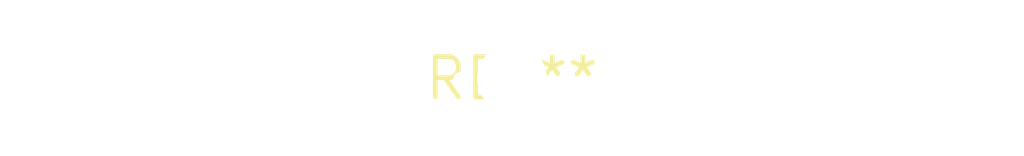
<source format=kicad_pcb>
(kicad_pcb (version 20240108) (generator pcbnew)
  (layers (0 "F.Cu" signal) (31 "B.Cu" signal) (34 "B.Paste" user) (35 "F.Paste" user) (36 "B.SilkS" user "B.Silkscreen") (37 "F.SilkS" user "F.Silkscreen") (38 "B.Mask" user) (39 "F.Mask" user) (44 "Edge.Cuts" user))
  (net 0 "")
  (footprint "MountingHole_2.2mm_M2_Pad_Via" (layer "F.Cu") (at 0 0)
    (property "Reference" "REF**")
    (property "Value" "MountingHole_2.2mm_M2_Pad_Via")
    (pad "1" thru_hole circle (at -1.65 0) (size 0.7 0.7) (drill 0.4) (layers *.Cu *.Mask) (remove_unused_layers))
    (pad "1" thru_hole circle (at -1.166726 -1.166726) (size 0.7 0.7) (drill 0.4) (layers *.Cu *.Mask) (remove_unused_layers))
    (pad "1" thru_hole circle (at -1.166726 1.166726) (size 0.7 0.7) (drill 0.4) (layers *.Cu *.Mask) (remove_unused_layers))
    (pad "1" thru_hole circle (at 0 -1.65) (size 0.7 0.7) (drill 0.4) (layers *.Cu *.Mask) (remove_unused_layers))
    (pad "1" thru_hole circle (at 0 0) (size 4.4 4.4) (drill 2.2) (layers *.Cu *.Mask) (remove_unused_layers))
    (pad "1" thru_hole circle (at 0 1.65) (size 0.7 0.7) (drill 0.4) (layers *.Cu *.Mask) (remove_unused_layers))
    (pad "1" thru_hole circle (at 1.166726 -1.166726) (size 0.7 0.7) (drill 0.4) (layers *.Cu *.Mask) (remove_unused_layers))
    (pad "1" thru_hole circle (at 1.166726 1.166726) (size 0.7 0.7) (drill 0.4) (layers *.Cu *.Mask) (remove_unused_layers))
    (pad "1" thru_hole circle (at 1.65 0) (size 0.7 0.7) (drill 0.4) (layers *.Cu *.Mask) (remove_unused_layers))
  )
)
</source>
